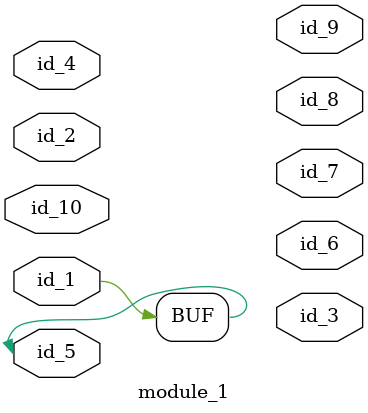
<source format=v>
module module_0 ();
  assign id_1 = id_1;
endmodule
module module_1 (
    id_1,
    id_2,
    id_3,
    id_4,
    id_5,
    id_6,
    id_7,
    id_8,
    id_9,
    id_10
);
  input wire id_10;
  output wire id_9;
  output wire id_8;
  output wire id_7;
  output wire id_6;
  inout wire id_5;
  input wire id_4;
  output wire id_3;
  input wire id_2;
  inout wire id_1;
  wire id_11;
  assign id_1 = id_5;
  wire id_12;
  module_0 modCall_1 ();
endmodule

</source>
